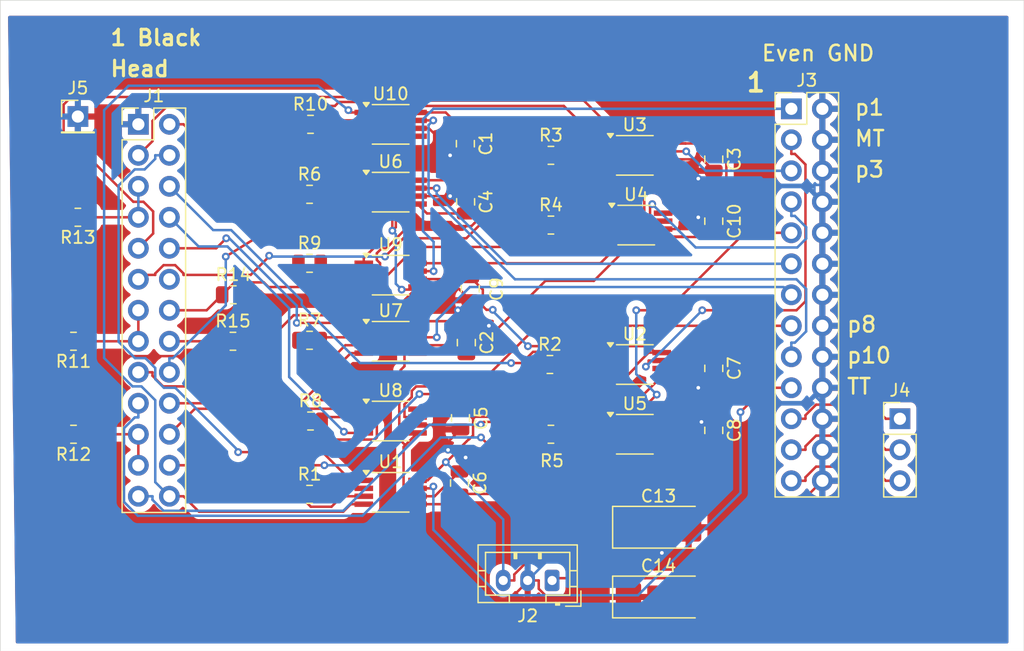
<source format=kicad_pcb>
(kicad_pcb
	(version 20241229)
	(generator "pcbnew")
	(generator_version "9.0")
	(general
		(thickness 1.6)
		(legacy_teardrops no)
	)
	(paper "A4")
	(layers
		(0 "F.Cu" signal)
		(2 "B.Cu" signal)
		(9 "F.Adhes" user "F.Adhesive")
		(11 "B.Adhes" user "B.Adhesive")
		(13 "F.Paste" user)
		(15 "B.Paste" user)
		(5 "F.SilkS" user "F.Silkscreen")
		(7 "B.SilkS" user "B.Silkscreen")
		(1 "F.Mask" user)
		(3 "B.Mask" user)
		(17 "Dwgs.User" user "User.Drawings")
		(19 "Cmts.User" user "User.Comments")
		(21 "Eco1.User" user "User.Eco1")
		(23 "Eco2.User" user "User.Eco2")
		(25 "Edge.Cuts" user)
		(27 "Margin" user)
		(31 "F.CrtYd" user "F.Courtyard")
		(29 "B.CrtYd" user "B.Courtyard")
		(35 "F.Fab" user)
		(33 "B.Fab" user)
		(39 "User.1" user)
		(41 "User.2" user)
		(43 "User.3" user)
		(45 "User.4" user)
		(47 "User.5" user)
		(49 "User.6" user)
		(51 "User.7" user)
		(53 "User.8" user)
		(55 "User.9" user)
	)
	(setup
		(stackup
			(layer "F.SilkS"
				(type "Top Silk Screen")
			)
			(layer "F.Paste"
				(type "Top Solder Paste")
			)
			(layer "F.Mask"
				(type "Top Solder Mask")
				(thickness 0.01)
			)
			(layer "F.Cu"
				(type "copper")
				(thickness 0.035)
			)
			(layer "dielectric 1"
				(type "core")
				(thickness 1.51)
				(material "FR4")
				(epsilon_r 4.5)
				(loss_tangent 0.02)
			)
			(layer "B.Cu"
				(type "copper")
				(thickness 0.035)
			)
			(layer "B.Mask"
				(type "Bottom Solder Mask")
				(thickness 0.01)
			)
			(layer "B.Paste"
				(type "Bottom Solder Paste")
			)
			(layer "B.SilkS"
				(type "Bottom Silk Screen")
			)
			(copper_finish "None")
			(dielectric_constraints no)
		)
		(pad_to_mask_clearance 0)
		(allow_soldermask_bridges_in_footprints no)
		(tenting front back)
		(pcbplotparams
			(layerselection 0x00000000_00000000_55555555_5755f5ff)
			(plot_on_all_layers_selection 0x00000000_00000000_00000000_00000000)
			(disableapertmacros no)
			(usegerberextensions no)
			(usegerberattributes yes)
			(usegerberadvancedattributes yes)
			(creategerberjobfile yes)
			(dashed_line_dash_ratio 12.000000)
			(dashed_line_gap_ratio 3.000000)
			(svgprecision 4)
			(plotframeref no)
			(mode 1)
			(useauxorigin no)
			(hpglpennumber 1)
			(hpglpenspeed 20)
			(hpglpendiameter 15.000000)
			(pdf_front_fp_property_popups yes)
			(pdf_back_fp_property_popups yes)
			(pdf_metadata yes)
			(pdf_single_document no)
			(dxfpolygonmode yes)
			(dxfimperialunits yes)
			(dxfusepcbnewfont yes)
			(psnegative no)
			(psa4output no)
			(plot_black_and_white yes)
			(sketchpadsonfab no)
			(plotpadnumbers no)
			(hidednponfab no)
			(sketchdnponfab yes)
			(crossoutdnponfab yes)
			(subtractmaskfromsilk no)
			(outputformat 1)
			(mirror no)
			(drillshape 1)
			(scaleselection 1)
			(outputdirectory "")
		)
	)
	(net 0 "")
	(net 1 "+12V")
	(net 2 "GND")
	(net 3 "-12V")
	(net 4 "/h2")
	(net 5 "/h3")
	(net 6 "/h4")
	(net 7 "/h5")
	(net 8 "/h6")
	(net 9 "/h8")
	(net 10 "/h9")
	(net 11 "Net-(J1-Pin_13)")
	(net 12 "/h11")
	(net 13 "/h22")
	(net 14 "/h14")
	(net 15 "/h16")
	(net 16 "/h17")
	(net 17 "/h18")
	(net 18 "/h19")
	(net 19 "/h20")
	(net 20 "Net-(J1-Pin_21)")
	(net 21 "/h10")
	(net 22 "/h24")
	(net 23 "/h25")
	(net 24 "/h26")
	(net 25 "/o_1")
	(net 26 "/o_MT")
	(net 27 "/o_3")
	(net 28 "/o_4")
	(net 29 "/o_5")
	(net 30 "/o_6")
	(net 31 "/o_7")
	(net 32 "/o_8")
	(net 33 "/o_10")
	(net 34 "Net-(J3-Pin_21)")
	(net 35 "Net-(J3-Pin_23)")
	(net 36 "Net-(J3-Pin_25)")
	(net 37 "Net-(R1-Pad1)")
	(net 38 "Net-(R1-Pad2)")
	(net 39 "Net-(R2-Pad1)")
	(net 40 "Net-(R2-Pad2)")
	(net 41 "Net-(R3-Pad1)")
	(net 42 "Net-(R3-Pad2)")
	(net 43 "Net-(R4-Pad1)")
	(net 44 "Net-(R4-Pad2)")
	(net 45 "Net-(R5-Pad1)")
	(net 46 "Net-(R5-Pad2)")
	(net 47 "Net-(R6-Pad1)")
	(net 48 "Net-(R6-Pad2)")
	(net 49 "Net-(R7-Pad1)")
	(net 50 "Net-(R7-Pad2)")
	(net 51 "Net-(R8-Pad1)")
	(net 52 "Net-(R8-Pad2)")
	(net 53 "Net-(R9-Pad1)")
	(net 54 "Net-(R9-Pad2)")
	(net 55 "Net-(R10-Pad1)")
	(net 56 "Net-(R10-Pad2)")
	(net 57 "/o_TT")
	(net 58 "/h12")
	(footprint "Capacitor_SMD:C_0805_2012Metric" (layer "F.Cu") (at 121.92 76.52 -90))
	(footprint "Resistor_SMD:R_0805_2012Metric" (layer "F.Cu") (at 88.9 97.975))
	(footprint "Capacitor_Tantalum_SMD:CP_EIA-6032-28_Kemet-C" (layer "F.Cu") (at 117.3975 112.395))
	(footprint "Library:VSSOP-8_3.0x3.0mm_P0.65mm-0.08space" (layer "F.Cu") (at 115.57 81.92))
	(footprint "Connector_PinHeader_2.54mm:PinHeader_1x01_P2.54mm_Vertical" (layer "F.Cu") (at 69.85 73.025))
	(footprint "Capacitor_Tantalum_SMD:CP_EIA-6032-28_Kemet-C" (layer "F.Cu") (at 117.3975 106.68))
	(footprint "Connector_PinHeader_2.54mm:PinHeader_1x03_P2.54mm_Vertical" (layer "F.Cu") (at 137.16 97.79))
	(footprint "Connector_PinHeader_2.54mm:PinHeader_2x13_P2.54mm_Vertical" (layer "F.Cu") (at 128.27 72.39))
	(footprint "Library:VSSOP-8_3.0x3.0mm_P0.65mm-0.08space" (layer "F.Cu") (at 95.4625 97.975))
	(footprint "Library:VSSOP-8_3.0x3.0mm_P0.65mm-0.08space" (layer "F.Cu") (at 115.455 99.06))
	(footprint "Connector_PinHeader_2.54mm:PinHeader_2x13_P2.54mm_Vertical" (layer "F.Cu") (at 74.803 73.66))
	(footprint "Resistor_SMD:R_0805_2012Metric" (layer "F.Cu") (at 88.8225 91.36))
	(footprint "Library:VSSOP-8_3.0x3.0mm_P0.65mm-0.08space" (layer "F.Cu") (at 95.4625 79.22))
	(footprint "Library:VSSOP-8_3.0x3.0mm_P0.65mm-0.08space" (layer "F.Cu") (at 95.4625 91.44))
	(footprint "Capacitor_SMD:C_0805_2012Metric" (layer "F.Cu") (at 101.58 75.25 -90))
	(footprint "Capacitor_SMD:C_0805_2012Metric" (layer "F.Cu") (at 101.18 97.715 -90))
	(footprint "Resistor_SMD:R_0805_2012Metric" (layer "F.Cu") (at 69.4925 99.06 180))
	(footprint "Resistor_SMD:R_0805_2012Metric" (layer "F.Cu") (at 108.5025 93.345))
	(footprint "Capacitor_SMD:C_0805_2012Metric" (layer "F.Cu") (at 121.92 93.66 -90))
	(footprint "Resistor_SMD:R_0805_2012Metric" (layer "F.Cu") (at 88.8225 85.05))
	(footprint "Connector_JST:JST_PH_B3B-PH-K_1x03_P2.00mm_Vertical" (layer "F.Cu") (at 108.68 111.04 180))
	(footprint "Resistor_SMD:R_0805_2012Metric" (layer "F.Cu") (at 108.585 76.205))
	(footprint "Resistor_SMD:R_0805_2012Metric" (layer "F.Cu") (at 88.8225 103.985))
	(footprint "Resistor_SMD:R_0805_2012Metric" (layer "F.Cu") (at 82.5775 87.63))
	(footprint "Resistor_SMD:R_0805_2012Metric" (layer "F.Cu") (at 69.4925 91.44 180))
	(footprint "Library:VSSOP-8_3.0x3.0mm_P0.65mm-0.08space" (layer "F.Cu") (at 95.4625 86.02))
	(footprint "Resistor_SMD:R_0805_2012Metric" (layer "F.Cu") (at 88.8225 79.4))
	(footprint "Library:VSSOP-8_3.0x3.0mm_P0.65mm-0.08space" (layer "F.Cu") (at 115.455 76.205))
	(footprint "Capacitor_SMD:C_0805_2012Metric" (layer "F.Cu") (at 121.92 81.6 -90))
	(footprint "Capacitor_SMD:C_0805_2012Metric" (layer "F.Cu") (at 121.92 98.74 -90))
	(footprint "Library:VSSOP-8_3.0x3.0mm_P0.65mm-0.08space" (layer "F.Cu") (at 95.4625 103.815))
	(footprint "Library:VSSOP-8_3.0x3.0mm_P0.65mm-0.08space" (layer "F.Cu") (at 115.455 93.345))
	(footprint "Resistor_SMD:R_0805_2012Metric" (layer "F.Cu") (at 108.585 99.06))
	(footprint "Capacitor_SMD:C_0805_2012Metric" (layer "F.Cu") (at 101.98 87.13 -90))
	(footprint "Library:VSSOP-8_3.0x3.0mm_P0.65mm-0.08space" (layer "F.Cu") (at 95.4625 73.665))
	(footprint "Resistor_SMD:R_0805_2012Metric" (layer "F.Cu") (at 82.55 91.44))
	(footprint "Resistor_SMD:R_0805_2012Metric" (layer "F.Cu") (at 69.85 81.28 180))
	(footprint "Capacitor_SMD:C_0805_2012Metric" (layer "F.Cu") (at 101.6 80.015 -90))
	(footprint "Resistor_SMD:R_0805_2012Metric" (layer "F.Cu") (at 88.9 73.665))
	(footprint "Capacitor_SMD:C_0805_2012Metric"
		(layer "F.Cu")
		(uuid "f36fcc9c-003b-45ac-8ddd-41b6e4745b87")
		(at 101.66 91.55 -90)
		(descr "Capacitor SMD 0805 (2012 Metric), square (rectangular) end terminal, IPC_7351 nominal, (Body size source: IPC-SM-782 page 76, https://www.pcb-3d.com/wordpress/wp-content/uploads/ipc-sm-782a_amendment_1_and_2.pdf, https://docs.google.com/spreadsheets/d/1BsfQQcO9C6DZCsRaXUlFlo91Tg2WpOkGARC1WS5S8t0/edit?usp=sharing), generated with kicad-footprint-generator")
		(tags "capacitor")
		(property "Reference" "C2"
			(at 0 -1.68 90)
			(layer "F.SilkS")
			(uuid "6ec03e4b-e170-4e1f-b8f1-dd1f26825dce")
			(effects
				(font
					(size 1 1)
					(thickness 0.15)
				)
			)
		)
		(property "Value" ".1uF"
			(at 0 1.68 90)
			(layer "F.Fab")
			(uuid "d06b40c4-174
... [301896 chars truncated]
</source>
